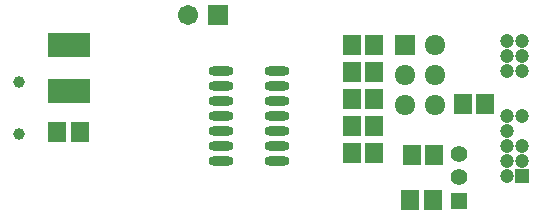
<source format=gbs>
G04 Layer_Color=16711935*
%FSLAX24Y24*%
%MOIN*%
G70*
G01*
G75*
%ADD58R,0.0592X0.0671*%
%ADD61C,0.0395*%
%ADD62C,0.0474*%
%ADD63R,0.0474X0.0474*%
%ADD64R,0.0671X0.0710*%
%ADD65O,0.0671X0.0710*%
%ADD66R,0.0671X0.0671*%
%ADD67C,0.0671*%
%ADD68C,0.0552*%
%ADD69R,0.0552X0.0552*%
%ADD70R,0.1419X0.0828*%
%ADD71O,0.0828X0.0316*%
D58*
X-2274Y1200D02*
D03*
X-1526D02*
D03*
X1426Y150D02*
D03*
X2174D02*
D03*
X-1526Y-1500D02*
D03*
X-2274D02*
D03*
Y2100D02*
D03*
X-1526D02*
D03*
Y300D02*
D03*
X-2274D02*
D03*
X-1526Y-600D02*
D03*
X-2274D02*
D03*
X424Y-3050D02*
D03*
X-324D02*
D03*
X474Y-1550D02*
D03*
X-274D02*
D03*
X-11352Y-775D02*
D03*
X-12100D02*
D03*
D61*
X-13374Y866D02*
D03*
Y-866D02*
D03*
D62*
X2906Y2250D02*
D03*
X3406D02*
D03*
X2906Y1750D02*
D03*
X3406D02*
D03*
X2906Y1250D02*
D03*
X3406D02*
D03*
X2906Y-250D02*
D03*
X3406D02*
D03*
X2906Y-750D02*
D03*
Y-1250D02*
D03*
X3406D02*
D03*
X2906Y-1750D02*
D03*
X3406D02*
D03*
X2906Y-2250D02*
D03*
D63*
X3406D02*
D03*
D64*
X-500Y2100D02*
D03*
D65*
X500D02*
D03*
X-500Y1100D02*
D03*
X500D02*
D03*
X-500Y100D02*
D03*
X500Y100D02*
D03*
D66*
X-6750Y3100D02*
D03*
D67*
X-7750D02*
D03*
D68*
X1300Y-2300D02*
D03*
Y-1513D02*
D03*
D69*
Y-3087D02*
D03*
D70*
X-11700Y2118D02*
D03*
Y582D02*
D03*
D71*
X-6625Y-1750D02*
D03*
Y-1250D02*
D03*
Y-750D02*
D03*
Y-250D02*
D03*
Y250D02*
D03*
Y750D02*
D03*
Y1250D02*
D03*
X-4775Y-1750D02*
D03*
Y-1250D02*
D03*
Y-750D02*
D03*
Y-250D02*
D03*
Y250D02*
D03*
Y750D02*
D03*
Y1250D02*
D03*
M02*

</source>
